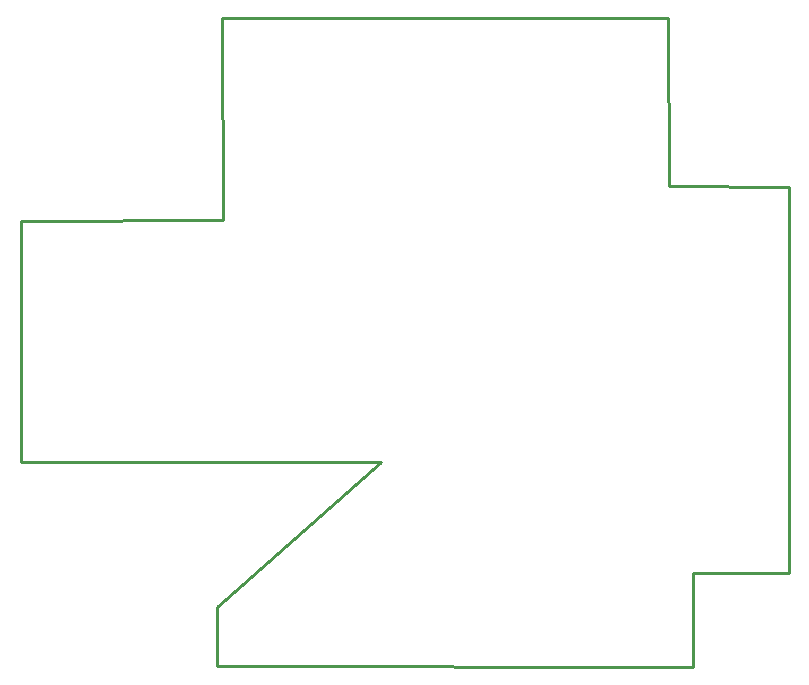
<source format=gko>
G04 Layer: BoardOutlineLayer*
G04 EasyEDA v6.5.1, 2022-03-27 12:15:46*
G04 81ae687aecaa4b249005c4e09973505a,10*
G04 Gerber Generator version 0.2*
G04 Scale: 100 percent, Rotated: No, Reflected: No *
G04 Dimensions in millimeters *
G04 leading zeros omitted , absolute positions ,4 integer and 5 decimal *
%FSLAX45Y45*%
%MOMM*%

%ADD10C,0.2540*%
D10*
X5485643Y4076700D02*
G01*
X5482595Y5499862D01*
X1707393Y5499354D01*
X1713743Y3784600D01*
X5Y3774186D01*
X767Y1739137D01*
X3047243Y1739900D01*
X3047243Y1739900D02*
G01*
X1661419Y505460D01*
X1660657Y9144D01*
X5688843Y0D01*
X5688843Y787400D01*
X5688843Y800100D02*
G01*
X6501643Y800100D01*
X6501643Y4069587D01*
X5485643Y4076700D01*

%LPD*%
M02*

</source>
